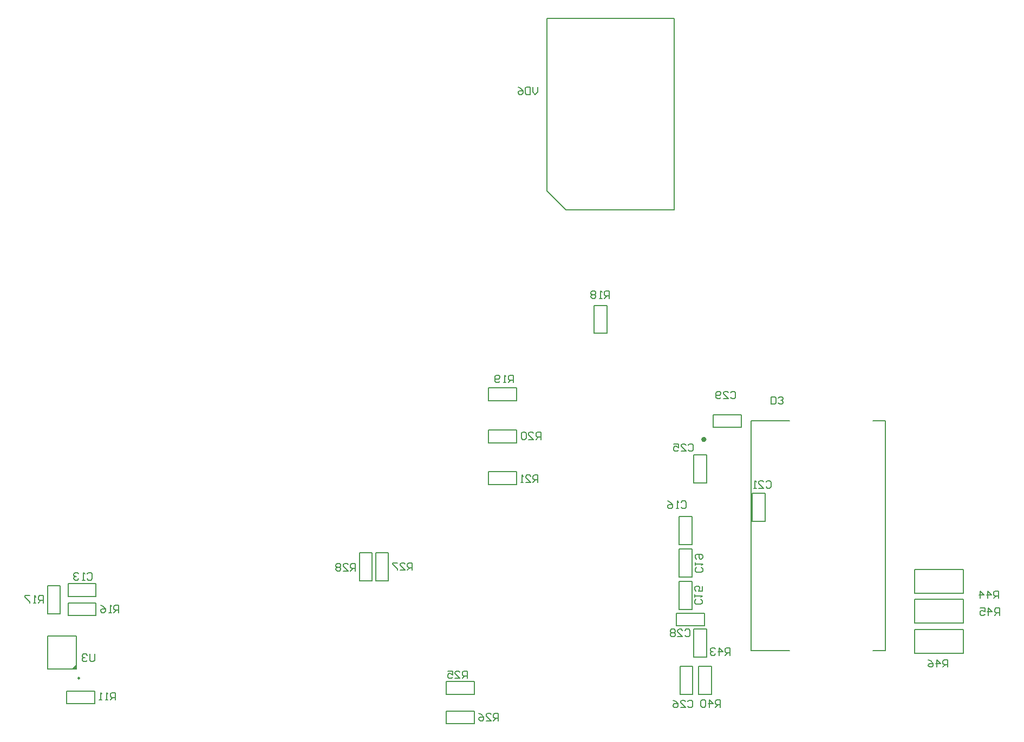
<source format=gbo>
G04*
G04 #@! TF.GenerationSoftware,Altium Limited,Altium Designer,21.2.0 (30)*
G04*
G04 Layer_Color=32896*
%FSAX44Y44*%
%MOMM*%
G71*
G04*
G04 #@! TF.SameCoordinates,F656A266-89EA-4B56-B237-F6EBBDAECB67*
G04*
G04*
G04 #@! TF.FilePolarity,Positive*
G04*
G01*
G75*
%ADD10C,0.2000*%
%ADD11C,0.2500*%
%ADD17C,0.1778*%
%ADD74C,0.4000*%
G36*
X00180000Y01655000D02*
X00172800Y01655000D01*
X00180000Y01662200D01*
X00180000Y01655000D01*
D02*
G37*
D10*
X01175500Y02033500D02*
X01219500D01*
X01175500Y02053500D02*
X01219500D01*
X01175500Y02033500D02*
Y02053500D01*
X01219500Y02033500D02*
Y02053500D01*
X01445250Y01683753D02*
Y02043753D01*
X01235250Y01683753D02*
Y02043753D01*
X01295250D01*
X01425250D02*
X01445250D01*
X01235250Y01683753D02*
X01295250D01*
X01425250D02*
X01445250D01*
X01145250Y01717750D02*
X01165250D01*
X01145250Y01673750D02*
X01165250D01*
X01145250D02*
Y01717750D01*
X01165250Y01673750D02*
Y01717750D01*
X01118250Y01742750D02*
X01162250D01*
X01118250Y01722750D02*
X01162250D01*
Y01742750D01*
X01118250Y01722750D02*
Y01742750D01*
X00758500Y01569750D02*
X00802500D01*
X00758500Y01589750D02*
X00802500D01*
X00758500Y01569750D02*
Y01589750D01*
X00802500Y01569750D02*
Y01589750D01*
X00758500Y01615499D02*
X00802500D01*
X00758500Y01635499D02*
X00802500D01*
X00758500Y01615499D02*
Y01635499D01*
X00802500Y01615499D02*
Y01635499D01*
X00824500Y01964250D02*
X00868500D01*
X00824500Y01944250D02*
X00868500D01*
Y01964250D01*
X00824500Y01944250D02*
Y01964250D01*
Y02029250D02*
X00868500D01*
X00824500Y02009250D02*
X00868500D01*
Y02029250D01*
X00824500Y02009250D02*
Y02029250D01*
Y02075250D02*
Y02095250D01*
X00868500Y02075250D02*
Y02095250D01*
X00824500Y02075250D02*
X00868500D01*
X00824500Y02095250D02*
X00868500D01*
X00989500Y02180750D02*
Y02224750D01*
X01009500Y02180750D02*
Y02224750D01*
X00989500D02*
X01009500D01*
X00989500Y02180750D02*
X01009500D01*
X00915750Y02674250D02*
X01115084D01*
Y02373963D02*
Y02674213D01*
X00915750Y02403500D02*
Y02674250D01*
Y02403500D02*
X00945250Y02374000D01*
X01115084D01*
X01491080Y01679998D02*
Y01716998D01*
X01567080Y01679998D02*
Y01716998D01*
X01491080Y01679998D02*
X01567080D01*
X01491080Y01716998D02*
X01567080D01*
X01491080Y01774232D02*
Y01811232D01*
X01567080Y01774232D02*
Y01811232D01*
X01491080Y01774232D02*
X01567080D01*
X01491080Y01811232D02*
X01567080D01*
X01491080Y01727242D02*
Y01764242D01*
X01567080Y01727242D02*
Y01764242D01*
X01491080Y01727242D02*
X01567080D01*
X01491080Y01764242D02*
X01567080D01*
X00642700Y01793750D02*
Y01837750D01*
X00622700Y01793750D02*
Y01837750D01*
Y01793750D02*
X00642700D01*
X00622700Y01837750D02*
X00642700D01*
X00135000Y01655000D02*
Y01707000D01*
X00180000Y01655000D02*
Y01707000D01*
X00135000D02*
X00180000D01*
X00135000Y01655000D02*
X00180000D01*
X00135000Y01786000D02*
X00155000D01*
X00135000Y01742000D02*
X00155000D01*
X00135000D02*
Y01786000D01*
X00155000Y01742000D02*
Y01786000D01*
X00211000Y01739000D02*
Y01759000D01*
X00167000Y01739000D02*
Y01759000D01*
X00211000D01*
X00167000Y01739000D02*
X00211000D01*
X00209000Y01601000D02*
Y01621000D01*
X00165000Y01601000D02*
Y01621000D01*
X00209000D01*
X00165000Y01601000D02*
X00209000D01*
X00211000Y01769000D02*
Y01789000D01*
X00167000Y01769000D02*
Y01789000D01*
X00211000D01*
X00167000Y01769000D02*
X00211000D01*
X01236750Y01886500D02*
X01256750D01*
X01236750Y01930500D02*
X01256750D01*
Y01886500D02*
Y01930500D01*
X01236750Y01886500D02*
Y01930500D01*
X01145250Y01946250D02*
X01165250D01*
X01145250Y01990250D02*
X01165250D01*
Y01946250D02*
Y01990250D01*
X01145250Y01946250D02*
Y01990250D01*
X01122500Y01850200D02*
X01142500D01*
X01122500Y01894200D02*
X01142500D01*
Y01850200D02*
Y01894200D01*
X01122500Y01850200D02*
Y01894200D01*
X01142500Y01799400D02*
Y01843400D01*
X01122500Y01799400D02*
Y01843400D01*
Y01799400D02*
X01142500D01*
X01122500Y01843400D02*
X01142500D01*
Y01748600D02*
Y01792600D01*
X01122500Y01748600D02*
Y01792600D01*
Y01748600D02*
X01142500D01*
X01122500Y01792600D02*
X01142500D01*
X01153000Y01615250D02*
X01173000D01*
X01153000Y01659250D02*
X01173000D01*
Y01615250D02*
Y01659250D01*
X01153000Y01615250D02*
Y01659250D01*
X01124000Y01615250D02*
X01144000D01*
X01124000Y01659250D02*
X01144000D01*
Y01615250D02*
Y01659250D01*
X01124000Y01615250D02*
Y01659250D01*
X00648100Y01837750D02*
X00668100D01*
X00648100Y01793750D02*
X00668100D01*
X00648100D02*
Y01837750D01*
X00668100Y01793750D02*
Y01837750D01*
D11*
X00185250Y01641000D02*
G03*
X00185250Y01641000I-00001250J00000000D01*
G01*
D17*
X01542791Y01658495D02*
Y01669921D01*
X01537078D01*
X01535173Y01668017D01*
Y01664208D01*
X01537078Y01662304D01*
X01542791D01*
X01538982D02*
X01535173Y01658495D01*
X01525652D02*
Y01669921D01*
X01531365Y01664208D01*
X01523747D01*
X01512321Y01669921D02*
X01516130Y01668017D01*
X01519938Y01664208D01*
Y01660399D01*
X01518034Y01658495D01*
X01514225D01*
X01512321Y01660399D01*
Y01662304D01*
X01514225Y01664208D01*
X01519938D01*
X01623309Y01739267D02*
Y01750693D01*
X01617596D01*
X01615692Y01748789D01*
Y01744980D01*
X01617596Y01743076D01*
X01623309D01*
X01619500D02*
X01615692Y01739267D01*
X01606170D02*
Y01750693D01*
X01611883Y01744980D01*
X01604265D01*
X01592839Y01750693D02*
X01600456D01*
Y01744980D01*
X01596648Y01746884D01*
X01594743D01*
X01592839Y01744980D01*
Y01741171D01*
X01594743Y01739267D01*
X01598552D01*
X01600456Y01741171D01*
X01622039Y01765937D02*
Y01777363D01*
X01616326D01*
X01614422Y01775459D01*
Y01771650D01*
X01616326Y01769746D01*
X01622039D01*
X01618230D02*
X01614422Y01765937D01*
X01604900D02*
Y01777363D01*
X01610613Y01771650D01*
X01602995D01*
X01593473Y01765937D02*
Y01777363D01*
X01599186Y01771650D01*
X01591569D01*
X01266320Y02070229D02*
Y02081655D01*
X01272033D01*
X01273938Y02079751D01*
Y02072133D01*
X01272033Y02070229D01*
X01266320D01*
X01277746Y02072133D02*
X01279651Y02070229D01*
X01283459D01*
X01285364Y02072133D01*
Y02074038D01*
X01283459Y02075942D01*
X01281555D01*
X01283459D01*
X01285364Y02077846D01*
Y02079751D01*
X01283459Y02081655D01*
X01279651D01*
X01277746Y02079751D01*
X00208658Y01678811D02*
Y01669289D01*
X00206754Y01667385D01*
X00202945D01*
X00201040Y01669289D01*
Y01678811D01*
X00197232Y01676907D02*
X00195327Y01678811D01*
X00191518D01*
X00189614Y01676907D01*
Y01675002D01*
X00191518Y01673098D01*
X00193423D01*
X00191518D01*
X00189614Y01671194D01*
Y01669289D01*
X00191518Y01667385D01*
X00195327D01*
X00197232Y01669289D01*
X00128329Y01758825D02*
Y01770251D01*
X00122616D01*
X00120711Y01768347D01*
Y01764538D01*
X00122616Y01762634D01*
X00128329D01*
X00124520D02*
X00120711Y01758825D01*
X00116903D02*
X00113094D01*
X00114998D01*
Y01770251D01*
X00116903Y01768347D01*
X00107381Y01770251D02*
X00099763D01*
Y01768347D01*
X00107381Y01760729D01*
Y01758825D01*
X00246439Y01743839D02*
Y01755265D01*
X00240726D01*
X00238821Y01753361D01*
Y01749552D01*
X00240726Y01747648D01*
X00246439D01*
X00242630D02*
X00238821Y01743839D01*
X00235013D02*
X00231204D01*
X00233108D01*
Y01755265D01*
X00235013Y01753361D01*
X00217873Y01755265D02*
X00221682Y01753361D01*
X00225491Y01749552D01*
Y01745743D01*
X00223586Y01743839D01*
X00219778D01*
X00217873Y01745743D01*
Y01747648D01*
X00219778Y01749552D01*
X00225491D01*
X00240725Y01606933D02*
Y01618359D01*
X00235011D01*
X00233107Y01616455D01*
Y01612646D01*
X00235011Y01610742D01*
X00240725D01*
X00236916D02*
X00233107Y01606933D01*
X00229298D02*
X00225489D01*
X00227394D01*
Y01618359D01*
X00229298Y01616455D01*
X00219776Y01606933D02*
X00215968D01*
X00217872D01*
Y01618359D01*
X00219776Y01616455D01*
X00197165Y01804161D02*
X00199070Y01806065D01*
X00202878D01*
X00204783Y01804161D01*
Y01796543D01*
X00202878Y01794639D01*
X00199070D01*
X00197165Y01796543D01*
X00193357Y01794639D02*
X00189548D01*
X00191452D01*
Y01806065D01*
X00193357Y01804161D01*
X00183835D02*
X00181930Y01806065D01*
X00178121D01*
X00176217Y01804161D01*
Y01802256D01*
X00178121Y01800352D01*
X00180026D01*
X00178121D01*
X00176217Y01798448D01*
Y01796543D01*
X00178121Y01794639D01*
X00181930D01*
X00183835Y01796543D01*
X00901187Y02566287D02*
Y02558670D01*
X00897378Y02554861D01*
X00893569Y02558670D01*
Y02566287D01*
X00889761D02*
Y02554861D01*
X00884048D01*
X00882143Y02556765D01*
Y02564383D01*
X00884048Y02566287D01*
X00889761D01*
X00870717D02*
X00874526Y02564383D01*
X00878334Y02560574D01*
Y02556765D01*
X00876430Y02554861D01*
X00872621D01*
X00870717Y02556765D01*
Y02558670D01*
X00872621Y02560574D01*
X00878334D01*
X00616453Y01808863D02*
Y01820289D01*
X00610740D01*
X00608835Y01818385D01*
Y01814576D01*
X00610740Y01812672D01*
X00616453D01*
X00612644D02*
X00608835Y01808863D01*
X00597409D02*
X00605027D01*
X00597409Y01816480D01*
Y01818385D01*
X00599314Y01820289D01*
X00603122D01*
X00605027Y01818385D01*
X00593600D02*
X00591696Y01820289D01*
X00587887D01*
X00585983Y01818385D01*
Y01816480D01*
X00587887Y01814576D01*
X00585983Y01812672D01*
Y01810767D01*
X00587887Y01808863D01*
X00591696D01*
X00593600Y01810767D01*
Y01812672D01*
X00591696Y01814576D01*
X00593600Y01816480D01*
Y01818385D01*
X00591696Y01814576D02*
X00587887D01*
X00705353Y01810133D02*
Y01821559D01*
X00699640D01*
X00697736Y01819655D01*
Y01815846D01*
X00699640Y01813942D01*
X00705353D01*
X00701544D02*
X00697736Y01810133D01*
X00686309D02*
X00693927D01*
X00686309Y01817750D01*
Y01819655D01*
X00688214Y01821559D01*
X00692022D01*
X00693927Y01819655D01*
X00682500Y01821559D02*
X00674883D01*
Y01819655D01*
X00682500Y01812037D01*
Y01810133D01*
X00839973Y01574421D02*
Y01585847D01*
X00834260D01*
X00832355Y01583943D01*
Y01580134D01*
X00834260Y01578230D01*
X00839973D01*
X00836164D02*
X00832355Y01574421D01*
X00820929D02*
X00828547D01*
X00820929Y01582038D01*
Y01583943D01*
X00822834Y01585847D01*
X00826642D01*
X00828547Y01583943D01*
X00809503Y01585847D02*
X00813312Y01583943D01*
X00817120Y01580134D01*
Y01576325D01*
X00815216Y01574421D01*
X00811407D01*
X00809503Y01576325D01*
Y01578230D01*
X00811407Y01580134D01*
X00817120D01*
X00791205Y01640715D02*
Y01652141D01*
X00785492D01*
X00783587Y01650237D01*
Y01646428D01*
X00785492Y01644524D01*
X00791205D01*
X00787396D02*
X00783587Y01640715D01*
X00772161D02*
X00779779D01*
X00772161Y01648332D01*
Y01650237D01*
X00774066Y01652141D01*
X00777874D01*
X00779779Y01650237D01*
X00760735Y01652141D02*
X00768352D01*
Y01646428D01*
X00764544Y01648332D01*
X00762639D01*
X00760735Y01646428D01*
Y01642619D01*
X00762639Y01640715D01*
X00766448D01*
X00768352Y01642619D01*
X00901823Y01947547D02*
Y01958973D01*
X00896110D01*
X00894205Y01957069D01*
Y01953260D01*
X00896110Y01951356D01*
X00901823D01*
X00898014D02*
X00894205Y01947547D01*
X00882779D02*
X00890396D01*
X00882779Y01955164D01*
Y01957069D01*
X00884683Y01958973D01*
X00888492D01*
X00890396Y01957069D01*
X00878970Y01947547D02*
X00875161D01*
X00877066D01*
Y01958973D01*
X00878970Y01957069D01*
X00906267Y02014603D02*
Y02026029D01*
X00900554D01*
X00898650Y02024125D01*
Y02020316D01*
X00900554Y02018412D01*
X00906267D01*
X00902458D02*
X00898650Y02014603D01*
X00887223D02*
X00894841D01*
X00887223Y02022220D01*
Y02024125D01*
X00889128Y02026029D01*
X00892936D01*
X00894841Y02024125D01*
X00883414D02*
X00881510Y02026029D01*
X00877701D01*
X00875797Y02024125D01*
Y02016507D01*
X00877701Y02014603D01*
X00881510D01*
X00883414Y02016507D01*
Y02024125D01*
X00863151Y02103757D02*
Y02115183D01*
X00857438D01*
X00855533Y02113279D01*
Y02109470D01*
X00857438Y02107566D01*
X00863151D01*
X00859342D02*
X00855533Y02103757D01*
X00851725D02*
X00847916D01*
X00849820D01*
Y02115183D01*
X00851725Y02113279D01*
X00842203Y02105661D02*
X00840298Y02103757D01*
X00836489D01*
X00834585Y02105661D01*
Y02113279D01*
X00836489Y02115183D01*
X00840298D01*
X00842203Y02113279D01*
Y02111374D01*
X00840298Y02109470D01*
X00834585D01*
X01202177Y01676783D02*
Y01688209D01*
X01196464D01*
X01194559Y01686305D01*
Y01682496D01*
X01196464Y01680592D01*
X01202177D01*
X01198368D02*
X01194559Y01676783D01*
X01185038D02*
Y01688209D01*
X01190751Y01682496D01*
X01183133D01*
X01179324Y01686305D02*
X01177420Y01688209D01*
X01173611D01*
X01171707Y01686305D01*
Y01684400D01*
X01173611Y01682496D01*
X01175516D01*
X01173611D01*
X01171707Y01680592D01*
Y01678687D01*
X01173611Y01676783D01*
X01177420D01*
X01179324Y01678687D01*
X01156715Y01764223D02*
X01158619Y01762318D01*
Y01758510D01*
X01156715Y01756605D01*
X01149097D01*
X01147193Y01758510D01*
Y01762318D01*
X01149097Y01764223D01*
X01147193Y01768031D02*
Y01771840D01*
Y01769936D01*
X01158619D01*
X01156715Y01768031D01*
X01158619Y01785171D02*
Y01777553D01*
X01152906D01*
X01154810Y01781362D01*
Y01783266D01*
X01152906Y01785171D01*
X01149097D01*
X01147193Y01783266D01*
Y01779458D01*
X01149097Y01777553D01*
X01131568Y01715769D02*
X01133472Y01717673D01*
X01137281D01*
X01139185Y01715769D01*
Y01708151D01*
X01137281Y01706247D01*
X01133472D01*
X01131568Y01708151D01*
X01120141Y01706247D02*
X01127759D01*
X01120141Y01713864D01*
Y01715769D01*
X01122046Y01717673D01*
X01125854D01*
X01127759Y01715769D01*
X01116332D02*
X01114428Y01717673D01*
X01110619D01*
X01108715Y01715769D01*
Y01713864D01*
X01110619Y01711960D01*
X01108715Y01710056D01*
Y01708151D01*
X01110619Y01706247D01*
X01114428D01*
X01116332Y01708151D01*
Y01710056D01*
X01114428Y01711960D01*
X01116332Y01713864D01*
Y01715769D01*
X01114428Y01711960D02*
X01110619D01*
X01258441Y01947925D02*
X01260346Y01949829D01*
X01264154D01*
X01266059Y01947925D01*
Y01940307D01*
X01264154Y01938403D01*
X01260346D01*
X01258441Y01940307D01*
X01247015Y01938403D02*
X01254632D01*
X01247015Y01946020D01*
Y01947925D01*
X01248919Y01949829D01*
X01252728D01*
X01254632Y01947925D01*
X01243206Y01938403D02*
X01239397D01*
X01241302D01*
Y01949829D01*
X01243206Y01947925D01*
X01136140Y01604771D02*
X01138044Y01606675D01*
X01141853D01*
X01143757Y01604771D01*
Y01597153D01*
X01141853Y01595249D01*
X01138044D01*
X01136140Y01597153D01*
X01124713Y01595249D02*
X01132331D01*
X01124713Y01602866D01*
Y01604771D01*
X01126618Y01606675D01*
X01130426D01*
X01132331Y01604771D01*
X01113287Y01606675D02*
X01117096Y01604771D01*
X01120904Y01600962D01*
Y01597153D01*
X01119000Y01595249D01*
X01115191D01*
X01113287Y01597153D01*
Y01599058D01*
X01115191Y01600962D01*
X01120904D01*
X01203195Y02087879D02*
X01205100Y02089783D01*
X01208909D01*
X01210813Y02087879D01*
Y02080261D01*
X01208909Y02078357D01*
X01205100D01*
X01203195Y02080261D01*
X01191769Y02078357D02*
X01199387D01*
X01191769Y02085974D01*
Y02087879D01*
X01193674Y02089783D01*
X01197482D01*
X01199387Y02087879D01*
X01187960Y02080261D02*
X01186056Y02078357D01*
X01182247D01*
X01180343Y02080261D01*
Y02087879D01*
X01182247Y02089783D01*
X01186056D01*
X01187960Y02087879D01*
Y02085974D01*
X01186056Y02084070D01*
X01180343D01*
X01136901Y02005837D02*
X01138806Y02007741D01*
X01142615D01*
X01144519Y02005837D01*
Y01998219D01*
X01142615Y01996315D01*
X01138806D01*
X01136901Y01998219D01*
X01125475Y01996315D02*
X01133093D01*
X01125475Y02003932D01*
Y02005837D01*
X01127380Y02007741D01*
X01131188D01*
X01133093Y02005837D01*
X01114049Y02007741D02*
X01121666D01*
Y02002028D01*
X01117858Y02003932D01*
X01115953D01*
X01114049Y02002028D01*
Y01998219D01*
X01115953Y01996315D01*
X01119762D01*
X01121666Y01998219D01*
X01013265Y02235583D02*
Y02247009D01*
X01007552D01*
X01005647Y02245105D01*
Y02241296D01*
X01007552Y02239392D01*
X01013265D01*
X01009456D02*
X01005647Y02235583D01*
X01001839D02*
X00998030D01*
X00999934D01*
Y02247009D01*
X01001839Y02245105D01*
X00992317D02*
X00990412Y02247009D01*
X00986603D01*
X00984699Y02245105D01*
Y02243200D01*
X00986603Y02241296D01*
X00984699Y02239392D01*
Y02237487D01*
X00986603Y02235583D01*
X00990412D01*
X00992317Y02237487D01*
Y02239392D01*
X00990412Y02241296D01*
X00992317Y02243200D01*
Y02245105D01*
X00990412Y02241296D02*
X00986603D01*
X01187191Y01595503D02*
Y01606929D01*
X01181478D01*
X01179574Y01605025D01*
Y01601216D01*
X01181478Y01599312D01*
X01187191D01*
X01183382D02*
X01179574Y01595503D01*
X01170052D02*
Y01606929D01*
X01175765Y01601216D01*
X01168147D01*
X01164338Y01605025D02*
X01162434Y01606929D01*
X01158625D01*
X01156721Y01605025D01*
Y01597407D01*
X01158625Y01595503D01*
X01162434D01*
X01164338Y01597407D01*
Y01605025D01*
X01157477Y01814261D02*
X01159381Y01812356D01*
Y01808548D01*
X01157477Y01806643D01*
X01149859D01*
X01147955Y01808548D01*
Y01812356D01*
X01149859Y01814261D01*
X01147955Y01818069D02*
Y01821878D01*
Y01819974D01*
X01159381D01*
X01157477Y01818069D01*
X01149859Y01827591D02*
X01147955Y01829496D01*
Y01833304D01*
X01149859Y01835209D01*
X01157477D01*
X01159381Y01833304D01*
Y01829496D01*
X01157477Y01827591D01*
X01155572D01*
X01153668Y01829496D01*
Y01835209D01*
X01125665Y01916559D02*
X01127570Y01918463D01*
X01131378D01*
X01133283Y01916559D01*
Y01908941D01*
X01131378Y01907037D01*
X01127570D01*
X01125665Y01908941D01*
X01121857Y01907037D02*
X01118048D01*
X01119952D01*
Y01918463D01*
X01121857Y01916559D01*
X01104717Y01918463D02*
X01108526Y01916559D01*
X01112335Y01912750D01*
Y01908941D01*
X01110430Y01907037D01*
X01106621D01*
X01104717Y01908941D01*
Y01910846D01*
X01106621Y01912750D01*
X01112335D01*
D74*
X01163250Y02014750D02*
G03*
X01163250Y02014750I-00002000J00000000D01*
G01*
M02*

</source>
